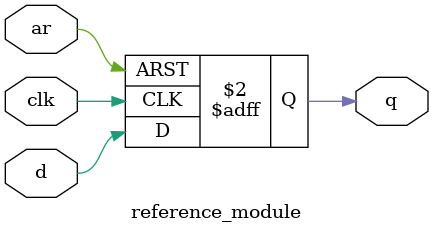
<source format=sv>
module reference_module (
	input clk,
	input d,
	input ar,
	output logic q
);

	always@(posedge clk or posedge ar) begin
		if (ar)
			q <= 0;
		else
			q <= d;
	end

endmodule

</source>
